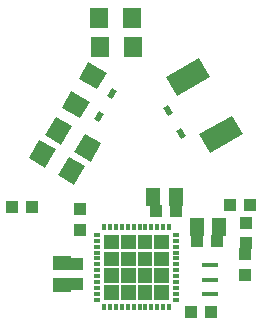
<source format=gbr>
G04 EAGLE Gerber RS-274X export*
G75*
%MOMM*%
%FSLAX34Y34*%
%LPD*%
%INSolderpaste Bottom*%
%IPPOS*%
%AMOC8*
5,1,8,0,0,1.08239X$1,22.5*%
G01*
%ADD10R,1.100000X1.000000*%
%ADD11R,1.300000X1.500000*%
%ADD12R,1.000000X1.100000*%
%ADD13R,1.399997X0.400000*%
%ADD14R,1.500000X1.300000*%
%ADD15R,0.550000X0.297181*%
%ADD16R,0.297181X0.550000*%
%ADD17R,0.800000X0.500000*%
%ADD18R,1.600000X1.803000*%
%ADD19R,1.800000X3.200000*%

G36*
X-10460Y89711D02*
X-10460Y89711D01*
X-10457Y89710D01*
X-10414Y89730D01*
X-10371Y89749D01*
X-10370Y89751D01*
X-10368Y89752D01*
X-10335Y89837D01*
X-10335Y102061D01*
X-10336Y102063D01*
X-10335Y102065D01*
X-10355Y102108D01*
X-10374Y102151D01*
X-10376Y102152D01*
X-10377Y102154D01*
X-10462Y102187D01*
X-22686Y102187D01*
X-22688Y102186D01*
X-22690Y102187D01*
X-22733Y102167D01*
X-22776Y102148D01*
X-22777Y102146D01*
X-22779Y102145D01*
X-22812Y102061D01*
X-22812Y89837D01*
X-22811Y89835D01*
X-22812Y89832D01*
X-22792Y89789D01*
X-22773Y89746D01*
X-22771Y89745D01*
X-22770Y89743D01*
X-22686Y89710D01*
X-10462Y89710D01*
X-10460Y89711D01*
G37*
G36*
X17989Y89711D02*
X17989Y89711D01*
X17991Y89710D01*
X18034Y89730D01*
X18077Y89749D01*
X18078Y89751D01*
X18080Y89752D01*
X18113Y89837D01*
X18113Y102061D01*
X18112Y102063D01*
X18113Y102065D01*
X18093Y102108D01*
X18074Y102151D01*
X18072Y102152D01*
X18071Y102154D01*
X17987Y102187D01*
X5763Y102187D01*
X5761Y102186D01*
X5758Y102187D01*
X5715Y102167D01*
X5672Y102148D01*
X5671Y102146D01*
X5669Y102145D01*
X5636Y102061D01*
X5636Y89837D01*
X5637Y89835D01*
X5636Y89832D01*
X5656Y89789D01*
X5675Y89746D01*
X5677Y89745D01*
X5678Y89743D01*
X5763Y89710D01*
X17987Y89710D01*
X17989Y89711D01*
G37*
G36*
X3765Y89711D02*
X3765Y89711D01*
X3767Y89710D01*
X3810Y89730D01*
X3853Y89749D01*
X3854Y89751D01*
X3856Y89752D01*
X3889Y89837D01*
X3889Y102061D01*
X3888Y102063D01*
X3889Y102065D01*
X3869Y102108D01*
X3850Y102151D01*
X3848Y102152D01*
X3847Y102154D01*
X3763Y102187D01*
X-8462Y102187D01*
X-8464Y102186D01*
X-8466Y102187D01*
X-8509Y102167D01*
X-8552Y102148D01*
X-8553Y102146D01*
X-8555Y102145D01*
X-8588Y102061D01*
X-8588Y89837D01*
X-8587Y89835D01*
X-8588Y89832D01*
X-8568Y89789D01*
X-8549Y89746D01*
X-8547Y89745D01*
X-8546Y89743D01*
X-8462Y89710D01*
X3763Y89710D01*
X3765Y89711D01*
G37*
G36*
X32213Y89711D02*
X32213Y89711D01*
X32215Y89710D01*
X32258Y89730D01*
X32301Y89749D01*
X32302Y89751D01*
X32304Y89752D01*
X32337Y89837D01*
X32337Y102061D01*
X32336Y102063D01*
X32337Y102065D01*
X32317Y102108D01*
X32298Y102151D01*
X32296Y102152D01*
X32295Y102154D01*
X32211Y102187D01*
X19987Y102187D01*
X19985Y102186D01*
X19982Y102187D01*
X19939Y102167D01*
X19896Y102148D01*
X19895Y102146D01*
X19893Y102145D01*
X19860Y102061D01*
X19860Y89837D01*
X19861Y89835D01*
X19860Y89832D01*
X19880Y89789D01*
X19899Y89746D01*
X19901Y89745D01*
X19902Y89743D01*
X19987Y89710D01*
X32211Y89710D01*
X32213Y89711D01*
G37*
G36*
X17989Y75487D02*
X17989Y75487D01*
X17991Y75486D01*
X18034Y75506D01*
X18077Y75525D01*
X18078Y75527D01*
X18080Y75528D01*
X18113Y75613D01*
X18113Y87837D01*
X18112Y87839D01*
X18113Y87841D01*
X18093Y87884D01*
X18074Y87927D01*
X18072Y87928D01*
X18071Y87930D01*
X17987Y87963D01*
X5763Y87963D01*
X5761Y87962D01*
X5758Y87963D01*
X5715Y87943D01*
X5672Y87924D01*
X5671Y87922D01*
X5669Y87921D01*
X5636Y87837D01*
X5636Y75613D01*
X5637Y75611D01*
X5636Y75608D01*
X5656Y75565D01*
X5675Y75522D01*
X5677Y75521D01*
X5678Y75519D01*
X5763Y75486D01*
X17987Y75486D01*
X17989Y75487D01*
G37*
G36*
X-10460Y75487D02*
X-10460Y75487D01*
X-10457Y75486D01*
X-10414Y75506D01*
X-10371Y75525D01*
X-10370Y75527D01*
X-10368Y75528D01*
X-10335Y75613D01*
X-10335Y87837D01*
X-10336Y87839D01*
X-10335Y87841D01*
X-10355Y87884D01*
X-10374Y87927D01*
X-10376Y87928D01*
X-10377Y87930D01*
X-10462Y87963D01*
X-22686Y87963D01*
X-22688Y87962D01*
X-22690Y87963D01*
X-22733Y87943D01*
X-22776Y87924D01*
X-22777Y87922D01*
X-22779Y87921D01*
X-22812Y87837D01*
X-22812Y75613D01*
X-22811Y75611D01*
X-22812Y75608D01*
X-22792Y75565D01*
X-22773Y75522D01*
X-22771Y75521D01*
X-22770Y75519D01*
X-22686Y75486D01*
X-10462Y75486D01*
X-10460Y75487D01*
G37*
G36*
X3765Y75487D02*
X3765Y75487D01*
X3767Y75486D01*
X3810Y75506D01*
X3853Y75525D01*
X3854Y75527D01*
X3856Y75528D01*
X3889Y75613D01*
X3889Y87837D01*
X3888Y87839D01*
X3889Y87841D01*
X3869Y87884D01*
X3850Y87927D01*
X3848Y87928D01*
X3847Y87930D01*
X3763Y87963D01*
X-8462Y87963D01*
X-8464Y87962D01*
X-8466Y87963D01*
X-8509Y87943D01*
X-8552Y87924D01*
X-8553Y87922D01*
X-8555Y87921D01*
X-8588Y87837D01*
X-8588Y75613D01*
X-8587Y75611D01*
X-8588Y75608D01*
X-8568Y75565D01*
X-8549Y75522D01*
X-8547Y75521D01*
X-8546Y75519D01*
X-8462Y75486D01*
X3763Y75486D01*
X3765Y75487D01*
G37*
G36*
X32213Y75487D02*
X32213Y75487D01*
X32215Y75486D01*
X32258Y75506D01*
X32301Y75525D01*
X32302Y75527D01*
X32304Y75528D01*
X32337Y75613D01*
X32337Y87837D01*
X32336Y87839D01*
X32337Y87841D01*
X32317Y87884D01*
X32298Y87927D01*
X32296Y87928D01*
X32295Y87930D01*
X32211Y87963D01*
X19987Y87963D01*
X19985Y87962D01*
X19982Y87963D01*
X19939Y87943D01*
X19896Y87924D01*
X19895Y87922D01*
X19893Y87921D01*
X19860Y87837D01*
X19860Y75613D01*
X19861Y75611D01*
X19860Y75608D01*
X19880Y75565D01*
X19899Y75522D01*
X19901Y75521D01*
X19902Y75519D01*
X19987Y75486D01*
X32211Y75486D01*
X32213Y75487D01*
G37*
G36*
X-10460Y61263D02*
X-10460Y61263D01*
X-10457Y61262D01*
X-10414Y61282D01*
X-10371Y61301D01*
X-10370Y61303D01*
X-10368Y61304D01*
X-10335Y61389D01*
X-10335Y73613D01*
X-10336Y73615D01*
X-10335Y73617D01*
X-10355Y73660D01*
X-10374Y73703D01*
X-10376Y73704D01*
X-10377Y73706D01*
X-10462Y73739D01*
X-22686Y73739D01*
X-22688Y73738D01*
X-22690Y73739D01*
X-22733Y73719D01*
X-22776Y73700D01*
X-22777Y73698D01*
X-22779Y73697D01*
X-22812Y73613D01*
X-22812Y61389D01*
X-22811Y61387D01*
X-22812Y61384D01*
X-22792Y61341D01*
X-22773Y61298D01*
X-22771Y61297D01*
X-22770Y61295D01*
X-22686Y61262D01*
X-10462Y61262D01*
X-10460Y61263D01*
G37*
G36*
X17989Y61263D02*
X17989Y61263D01*
X17991Y61262D01*
X18034Y61282D01*
X18077Y61301D01*
X18078Y61303D01*
X18080Y61304D01*
X18113Y61389D01*
X18113Y73613D01*
X18112Y73615D01*
X18113Y73617D01*
X18093Y73660D01*
X18074Y73703D01*
X18072Y73704D01*
X18071Y73706D01*
X17987Y73739D01*
X5763Y73739D01*
X5761Y73738D01*
X5758Y73739D01*
X5715Y73719D01*
X5672Y73700D01*
X5671Y73698D01*
X5669Y73697D01*
X5636Y73613D01*
X5636Y61389D01*
X5637Y61387D01*
X5636Y61384D01*
X5656Y61341D01*
X5675Y61298D01*
X5677Y61297D01*
X5678Y61295D01*
X5763Y61262D01*
X17987Y61262D01*
X17989Y61263D01*
G37*
G36*
X3765Y61263D02*
X3765Y61263D01*
X3767Y61262D01*
X3810Y61282D01*
X3853Y61301D01*
X3854Y61303D01*
X3856Y61304D01*
X3889Y61389D01*
X3889Y73613D01*
X3888Y73615D01*
X3889Y73617D01*
X3869Y73660D01*
X3850Y73703D01*
X3848Y73704D01*
X3847Y73706D01*
X3763Y73739D01*
X-8462Y73739D01*
X-8464Y73738D01*
X-8466Y73739D01*
X-8509Y73719D01*
X-8552Y73700D01*
X-8553Y73698D01*
X-8555Y73697D01*
X-8588Y73613D01*
X-8588Y61389D01*
X-8587Y61387D01*
X-8588Y61384D01*
X-8568Y61341D01*
X-8549Y61298D01*
X-8547Y61297D01*
X-8546Y61295D01*
X-8462Y61262D01*
X3763Y61262D01*
X3765Y61263D01*
G37*
G36*
X32213Y61263D02*
X32213Y61263D01*
X32215Y61262D01*
X32258Y61282D01*
X32301Y61301D01*
X32302Y61303D01*
X32304Y61304D01*
X32337Y61389D01*
X32337Y73613D01*
X32336Y73615D01*
X32337Y73617D01*
X32317Y73660D01*
X32298Y73703D01*
X32296Y73704D01*
X32295Y73706D01*
X32211Y73739D01*
X19987Y73739D01*
X19985Y73738D01*
X19982Y73739D01*
X19939Y73719D01*
X19896Y73700D01*
X19895Y73698D01*
X19893Y73697D01*
X19860Y73613D01*
X19860Y61389D01*
X19861Y61387D01*
X19860Y61384D01*
X19880Y61341D01*
X19899Y61298D01*
X19901Y61297D01*
X19902Y61295D01*
X19987Y61262D01*
X32211Y61262D01*
X32213Y61263D01*
G37*
G36*
X3765Y47039D02*
X3765Y47039D01*
X3767Y47038D01*
X3810Y47058D01*
X3853Y47077D01*
X3854Y47079D01*
X3856Y47080D01*
X3889Y47165D01*
X3889Y59389D01*
X3888Y59391D01*
X3889Y59393D01*
X3869Y59436D01*
X3850Y59479D01*
X3848Y59480D01*
X3847Y59482D01*
X3763Y59515D01*
X-8462Y59515D01*
X-8464Y59514D01*
X-8466Y59515D01*
X-8509Y59495D01*
X-8552Y59476D01*
X-8553Y59474D01*
X-8555Y59473D01*
X-8588Y59389D01*
X-8588Y47165D01*
X-8587Y47163D01*
X-8588Y47160D01*
X-8568Y47117D01*
X-8549Y47074D01*
X-8547Y47073D01*
X-8546Y47071D01*
X-8462Y47038D01*
X3763Y47038D01*
X3765Y47039D01*
G37*
G36*
X17989Y47039D02*
X17989Y47039D01*
X17991Y47038D01*
X18034Y47058D01*
X18077Y47077D01*
X18078Y47079D01*
X18080Y47080D01*
X18113Y47165D01*
X18113Y59389D01*
X18112Y59391D01*
X18113Y59393D01*
X18093Y59436D01*
X18074Y59479D01*
X18072Y59480D01*
X18071Y59482D01*
X17987Y59515D01*
X5763Y59515D01*
X5761Y59514D01*
X5758Y59515D01*
X5715Y59495D01*
X5672Y59476D01*
X5671Y59474D01*
X5669Y59473D01*
X5636Y59389D01*
X5636Y47165D01*
X5637Y47163D01*
X5636Y47160D01*
X5656Y47117D01*
X5675Y47074D01*
X5677Y47073D01*
X5678Y47071D01*
X5763Y47038D01*
X17987Y47038D01*
X17989Y47039D01*
G37*
G36*
X32213Y47039D02*
X32213Y47039D01*
X32215Y47038D01*
X32258Y47058D01*
X32301Y47077D01*
X32302Y47079D01*
X32304Y47080D01*
X32337Y47165D01*
X32337Y59389D01*
X32336Y59391D01*
X32337Y59393D01*
X32317Y59436D01*
X32298Y59479D01*
X32296Y59480D01*
X32295Y59482D01*
X32211Y59515D01*
X19987Y59515D01*
X19985Y59514D01*
X19982Y59515D01*
X19939Y59495D01*
X19896Y59476D01*
X19895Y59474D01*
X19893Y59473D01*
X19860Y59389D01*
X19860Y47165D01*
X19861Y47163D01*
X19860Y47160D01*
X19880Y47117D01*
X19899Y47074D01*
X19901Y47073D01*
X19902Y47071D01*
X19987Y47038D01*
X32211Y47038D01*
X32213Y47039D01*
G37*
G36*
X-10460Y47039D02*
X-10460Y47039D01*
X-10457Y47038D01*
X-10414Y47058D01*
X-10371Y47077D01*
X-10370Y47079D01*
X-10368Y47080D01*
X-10335Y47165D01*
X-10335Y59389D01*
X-10336Y59391D01*
X-10335Y59393D01*
X-10355Y59436D01*
X-10374Y59479D01*
X-10376Y59480D01*
X-10377Y59482D01*
X-10462Y59515D01*
X-22686Y59515D01*
X-22688Y59514D01*
X-22690Y59515D01*
X-22733Y59495D01*
X-22776Y59476D01*
X-22777Y59474D01*
X-22779Y59473D01*
X-22812Y59389D01*
X-22812Y47165D01*
X-22811Y47163D01*
X-22812Y47160D01*
X-22792Y47117D01*
X-22773Y47074D01*
X-22771Y47073D01*
X-22770Y47071D01*
X-22686Y47038D01*
X-10462Y47038D01*
X-10460Y47039D01*
G37*
D10*
X51031Y36513D03*
X68031Y36513D03*
D11*
X38075Y134144D03*
X19075Y134144D03*
D12*
X-100575Y125413D03*
X-83575Y125413D03*
D13*
X66675Y76294D03*
X66675Y64294D03*
X66675Y52294D03*
D10*
X-42863Y123594D03*
X-42863Y106594D03*
D14*
X-57944Y78556D03*
X-57944Y59556D03*
D11*
X55588Y108744D03*
X74588Y108744D03*
D12*
X-45244Y77556D03*
X-45244Y60556D03*
D10*
X55794Y96838D03*
X72794Y96838D03*
X37869Y122238D03*
X20869Y122238D03*
D12*
X100575Y127000D03*
X83575Y127000D03*
D15*
X38563Y102120D03*
X38563Y97119D03*
X38563Y92117D03*
X38563Y87116D03*
X38563Y82115D03*
X38563Y77114D03*
X38563Y72112D03*
X38563Y67111D03*
X38563Y62110D03*
X38563Y57109D03*
X38563Y52107D03*
X38563Y47106D03*
D16*
X32270Y40813D03*
X27269Y40813D03*
X22267Y40813D03*
X17266Y40813D03*
X12265Y40813D03*
X7264Y40813D03*
X2262Y40813D03*
X-2740Y40813D03*
X-7741Y40813D03*
X-12742Y40813D03*
X-17744Y40813D03*
X-22745Y40813D03*
D15*
X-29038Y47106D03*
X-29038Y52107D03*
X-29038Y57109D03*
X-29038Y62110D03*
X-29038Y67111D03*
X-29038Y72112D03*
X-29038Y77114D03*
X-29038Y82115D03*
X-29038Y87116D03*
X-29038Y92117D03*
X-29038Y97119D03*
X-29038Y102120D03*
D16*
X-22745Y108413D03*
X-17744Y108413D03*
X-12742Y108413D03*
X-7741Y108413D03*
X-2740Y108413D03*
X2262Y108413D03*
X7264Y108413D03*
X12265Y108413D03*
X17266Y108413D03*
X22267Y108413D03*
X27269Y108413D03*
X32270Y108413D03*
D17*
G36*
X42468Y192909D02*
X46468Y185981D01*
X42138Y183481D01*
X38138Y190409D01*
X42468Y192909D01*
G37*
G36*
X31468Y211962D02*
X35468Y205034D01*
X31138Y202534D01*
X27138Y209462D01*
X31468Y211962D01*
G37*
D18*
X-27154Y285459D03*
X1286Y285459D03*
G36*
X-34236Y164177D02*
X-48091Y172177D01*
X-39076Y187791D01*
X-25221Y179791D01*
X-34236Y164177D01*
G37*
G36*
X-58866Y178397D02*
X-72721Y186397D01*
X-63706Y202011D01*
X-49851Y194011D01*
X-58866Y178397D01*
G37*
X1888Y261356D03*
X-26552Y261356D03*
D17*
G36*
X-23085Y204803D02*
X-27085Y197875D01*
X-31415Y200375D01*
X-27415Y207303D01*
X-23085Y204803D01*
G37*
G36*
X-12085Y223856D02*
X-16085Y216928D01*
X-20415Y219428D01*
X-16415Y226356D01*
X-12085Y223856D01*
G37*
D18*
G36*
X-20558Y239154D02*
X-28558Y225299D01*
X-44172Y234314D01*
X-36172Y248169D01*
X-20558Y239154D01*
G37*
G36*
X-34778Y214524D02*
X-42778Y200669D01*
X-58392Y209684D01*
X-50392Y223539D01*
X-34778Y214524D01*
G37*
D10*
X97631Y95481D03*
X97631Y112481D03*
D12*
X96838Y85494D03*
X96838Y68494D03*
D18*
G36*
X-77441Y182430D02*
X-63586Y174430D01*
X-72601Y158816D01*
X-86456Y166816D01*
X-77441Y182430D01*
G37*
G36*
X-52811Y168210D02*
X-38956Y160210D01*
X-47971Y144596D01*
X-61826Y152596D01*
X-52811Y168210D01*
G37*
D19*
G36*
X39031Y220046D02*
X30031Y235635D01*
X57743Y251634D01*
X66743Y236045D01*
X39031Y220046D01*
G37*
G36*
X67031Y171549D02*
X58031Y187138D01*
X85743Y203137D01*
X94743Y187548D01*
X67031Y171549D01*
G37*
M02*

</source>
